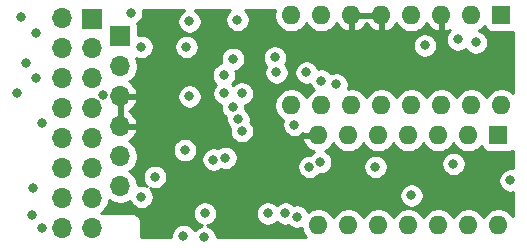
<source format=gbr>
G04 #@! TF.GenerationSoftware,KiCad,Pcbnew,5.1.5+dfsg1-2build2*
G04 #@! TF.CreationDate,2022-11-08T07:38:21+00:00*
G04 #@! TF.ProjectId,link-up-serial,6c696e6b-2d75-4702-9d73-657269616c2e,rev?*
G04 #@! TF.SameCoordinates,Original*
G04 #@! TF.FileFunction,Copper,L2,Inr*
G04 #@! TF.FilePolarity,Positive*
%FSLAX46Y46*%
G04 Gerber Fmt 4.6, Leading zero omitted, Abs format (unit mm)*
G04 Created by KiCad (PCBNEW 5.1.5+dfsg1-2build2) date 2022-11-08 07:38:21*
%MOMM*%
%LPD*%
G04 APERTURE LIST*
%ADD10O,1.600000X1.600000*%
%ADD11R,1.600000X1.600000*%
%ADD12O,1.700000X1.700000*%
%ADD13R,1.700000X1.700000*%
%ADD14C,0.800000*%
%ADD15C,0.254000*%
G04 APERTURE END LIST*
D10*
X131064000Y-110998000D03*
X113284000Y-103378000D03*
X128524000Y-110998000D03*
X115824000Y-103378000D03*
X125984000Y-110998000D03*
X118364000Y-103378000D03*
X123444000Y-110998000D03*
X120904000Y-103378000D03*
X120904000Y-110998000D03*
X123444000Y-103378000D03*
X118364000Y-110998000D03*
X125984000Y-103378000D03*
X115824000Y-110998000D03*
X128524000Y-103378000D03*
X113284000Y-110998000D03*
D11*
X131064000Y-103378000D03*
D10*
X130810000Y-121158000D03*
X115570000Y-113538000D03*
X128270000Y-121158000D03*
X118110000Y-113538000D03*
X125730000Y-121158000D03*
X120650000Y-113538000D03*
X123190000Y-121158000D03*
X123190000Y-113538000D03*
X120650000Y-121158000D03*
X125730000Y-113538000D03*
X118110000Y-121158000D03*
X128270000Y-113538000D03*
X115570000Y-121158000D03*
D11*
X130810000Y-113538000D03*
D12*
X98806000Y-117856000D03*
X98806000Y-115316000D03*
X98806000Y-112776000D03*
X98806000Y-110236000D03*
X98806000Y-107696000D03*
D13*
X98806000Y-105156000D03*
D12*
X93840000Y-121400000D03*
X96380000Y-121400000D03*
X93840000Y-118860000D03*
X96380000Y-118860000D03*
X93840000Y-116320000D03*
X96380000Y-116320000D03*
X93840000Y-113780000D03*
X96380000Y-113780000D03*
X93840000Y-111240000D03*
X96380000Y-111240000D03*
X93840000Y-108700000D03*
X96380000Y-108700000D03*
X93840000Y-106160000D03*
X96380000Y-106160000D03*
X93840000Y-103620000D03*
D13*
X96380000Y-103700000D03*
D14*
X104695149Y-113109851D03*
X102489000Y-113030000D03*
X107317956Y-118336990D03*
X118491000Y-115951000D03*
X106426000Y-105791000D03*
X102108000Y-115597010D03*
X104394000Y-106045000D03*
X108712000Y-103759000D03*
X99695000Y-103161000D03*
X109093000Y-109982000D03*
X108807846Y-112189693D03*
X115727147Y-115811080D03*
X90424000Y-103505000D03*
X105956500Y-120142000D03*
X101727000Y-117047010D03*
X111290500Y-120142000D03*
X113737526Y-120416721D03*
X113538000Y-112649000D03*
X117094000Y-109220000D03*
X107569000Y-108446180D03*
X106680000Y-115597010D03*
X115824000Y-108900185D03*
X127381000Y-105410000D03*
X92202000Y-121412000D03*
X92202000Y-112522000D03*
X109093000Y-113157000D03*
X91313000Y-120269000D03*
X90080000Y-109982000D03*
X97358703Y-110147475D03*
X112776000Y-120142000D03*
X91440000Y-117983000D03*
X90805000Y-107442000D03*
X111887000Y-106934000D03*
X114808000Y-116205000D03*
X114554000Y-108204000D03*
X112014000Y-108204000D03*
X108331000Y-111125000D03*
X108331000Y-107061000D03*
X91694000Y-108712000D03*
X91694000Y-104902000D03*
X104648000Y-103886000D03*
X131826000Y-117348000D03*
X100584000Y-118745000D03*
X123444000Y-118618000D03*
X104140000Y-122047000D03*
X105918000Y-122175000D03*
X127000000Y-115951000D03*
X120396000Y-116205000D03*
X100584000Y-106045000D03*
X104267000Y-114780010D03*
X124587000Y-105918000D03*
X128905000Y-105664000D03*
X104648000Y-110233010D03*
X107606000Y-109982000D03*
X107696000Y-115443000D03*
D15*
G36*
X104157744Y-102968795D02*
G01*
X103988226Y-103082063D01*
X103844063Y-103226226D01*
X103730795Y-103395744D01*
X103652774Y-103584102D01*
X103613000Y-103784061D01*
X103613000Y-103987939D01*
X103652774Y-104187898D01*
X103730795Y-104376256D01*
X103844063Y-104545774D01*
X103988226Y-104689937D01*
X104157744Y-104803205D01*
X104346102Y-104881226D01*
X104546061Y-104921000D01*
X104749939Y-104921000D01*
X104949898Y-104881226D01*
X105138256Y-104803205D01*
X105307774Y-104689937D01*
X105451937Y-104545774D01*
X105565205Y-104376256D01*
X105643226Y-104187898D01*
X105683000Y-103987939D01*
X105683000Y-103784061D01*
X105643226Y-103584102D01*
X105565205Y-103395744D01*
X105451937Y-103226226D01*
X105307774Y-103082063D01*
X105138256Y-102968795D01*
X105117023Y-102960000D01*
X108047289Y-102960000D01*
X107908063Y-103099226D01*
X107794795Y-103268744D01*
X107716774Y-103457102D01*
X107677000Y-103657061D01*
X107677000Y-103860939D01*
X107716774Y-104060898D01*
X107794795Y-104249256D01*
X107908063Y-104418774D01*
X108052226Y-104562937D01*
X108221744Y-104676205D01*
X108410102Y-104754226D01*
X108610061Y-104794000D01*
X108813939Y-104794000D01*
X109013898Y-104754226D01*
X109202256Y-104676205D01*
X109371774Y-104562937D01*
X109515937Y-104418774D01*
X109629205Y-104249256D01*
X109707226Y-104060898D01*
X109747000Y-103860939D01*
X109747000Y-103657061D01*
X109707226Y-103457102D01*
X109629205Y-103268744D01*
X109515937Y-103099226D01*
X109376711Y-102960000D01*
X111904033Y-102960000D01*
X111849000Y-103236665D01*
X111849000Y-103519335D01*
X111904147Y-103796574D01*
X112012320Y-104057727D01*
X112169363Y-104292759D01*
X112369241Y-104492637D01*
X112604273Y-104649680D01*
X112865426Y-104757853D01*
X113142665Y-104813000D01*
X113425335Y-104813000D01*
X113702574Y-104757853D01*
X113963727Y-104649680D01*
X114198759Y-104492637D01*
X114398637Y-104292759D01*
X114554000Y-104060241D01*
X114709363Y-104292759D01*
X114909241Y-104492637D01*
X115144273Y-104649680D01*
X115405426Y-104757853D01*
X115682665Y-104813000D01*
X115965335Y-104813000D01*
X116242574Y-104757853D01*
X116503727Y-104649680D01*
X116738759Y-104492637D01*
X116938637Y-104292759D01*
X117095680Y-104057727D01*
X117100067Y-104047135D01*
X117211615Y-104233131D01*
X117400586Y-104441519D01*
X117626580Y-104609037D01*
X117880913Y-104729246D01*
X118014961Y-104769904D01*
X118237000Y-104647915D01*
X118237000Y-103505000D01*
X118491000Y-103505000D01*
X118491000Y-104647915D01*
X118713039Y-104769904D01*
X118847087Y-104729246D01*
X119101420Y-104609037D01*
X119327414Y-104441519D01*
X119516385Y-104233131D01*
X119634000Y-104037018D01*
X119751615Y-104233131D01*
X119940586Y-104441519D01*
X120166580Y-104609037D01*
X120420913Y-104729246D01*
X120554961Y-104769904D01*
X120777000Y-104647915D01*
X120777000Y-103505000D01*
X118491000Y-103505000D01*
X118237000Y-103505000D01*
X118217000Y-103505000D01*
X118217000Y-103251000D01*
X118237000Y-103251000D01*
X118237000Y-103231000D01*
X118491000Y-103231000D01*
X118491000Y-103251000D01*
X120777000Y-103251000D01*
X120777000Y-103231000D01*
X121031000Y-103231000D01*
X121031000Y-103251000D01*
X121051000Y-103251000D01*
X121051000Y-103505000D01*
X121031000Y-103505000D01*
X121031000Y-104647915D01*
X121253039Y-104769904D01*
X121387087Y-104729246D01*
X121641420Y-104609037D01*
X121867414Y-104441519D01*
X122056385Y-104233131D01*
X122167933Y-104047135D01*
X122172320Y-104057727D01*
X122329363Y-104292759D01*
X122529241Y-104492637D01*
X122764273Y-104649680D01*
X123025426Y-104757853D01*
X123302665Y-104813000D01*
X123585335Y-104813000D01*
X123862574Y-104757853D01*
X124123727Y-104649680D01*
X124358759Y-104492637D01*
X124558637Y-104292759D01*
X124715680Y-104057727D01*
X124720067Y-104047135D01*
X124831615Y-104233131D01*
X125020586Y-104441519D01*
X125246580Y-104609037D01*
X125500913Y-104729246D01*
X125634961Y-104769904D01*
X125857000Y-104647915D01*
X125857000Y-103505000D01*
X125837000Y-103505000D01*
X125837000Y-103251000D01*
X125857000Y-103251000D01*
X125857000Y-103231000D01*
X126111000Y-103231000D01*
X126111000Y-103251000D01*
X126131000Y-103251000D01*
X126131000Y-103505000D01*
X126111000Y-103505000D01*
X126111000Y-104647915D01*
X126333039Y-104769904D01*
X126467087Y-104729246D01*
X126715413Y-104611876D01*
X126577063Y-104750226D01*
X126463795Y-104919744D01*
X126385774Y-105108102D01*
X126346000Y-105308061D01*
X126346000Y-105511939D01*
X126385774Y-105711898D01*
X126463795Y-105900256D01*
X126577063Y-106069774D01*
X126721226Y-106213937D01*
X126890744Y-106327205D01*
X127079102Y-106405226D01*
X127279061Y-106445000D01*
X127482939Y-106445000D01*
X127682898Y-106405226D01*
X127871256Y-106327205D01*
X128031716Y-106219989D01*
X128101063Y-106323774D01*
X128245226Y-106467937D01*
X128414744Y-106581205D01*
X128603102Y-106659226D01*
X128803061Y-106699000D01*
X129006939Y-106699000D01*
X129206898Y-106659226D01*
X129395256Y-106581205D01*
X129564774Y-106467937D01*
X129708937Y-106323774D01*
X129822205Y-106154256D01*
X129900226Y-105965898D01*
X129940000Y-105765939D01*
X129940000Y-105562061D01*
X129900226Y-105362102D01*
X129822205Y-105173744D01*
X129708937Y-105004226D01*
X129564774Y-104860063D01*
X129395256Y-104746795D01*
X129206898Y-104668774D01*
X129173614Y-104662153D01*
X129203727Y-104649680D01*
X129438759Y-104492637D01*
X129637357Y-104294039D01*
X129638188Y-104302482D01*
X129674498Y-104422180D01*
X129733463Y-104532494D01*
X129812815Y-104629185D01*
X129909506Y-104708537D01*
X130019820Y-104767502D01*
X130139518Y-104803812D01*
X130264000Y-104816072D01*
X131864000Y-104816072D01*
X131988482Y-104803812D01*
X132020001Y-104794251D01*
X132020001Y-109924605D01*
X131978759Y-109883363D01*
X131743727Y-109726320D01*
X131482574Y-109618147D01*
X131205335Y-109563000D01*
X130922665Y-109563000D01*
X130645426Y-109618147D01*
X130384273Y-109726320D01*
X130149241Y-109883363D01*
X129949363Y-110083241D01*
X129794000Y-110315759D01*
X129638637Y-110083241D01*
X129438759Y-109883363D01*
X129203727Y-109726320D01*
X128942574Y-109618147D01*
X128665335Y-109563000D01*
X128382665Y-109563000D01*
X128105426Y-109618147D01*
X127844273Y-109726320D01*
X127609241Y-109883363D01*
X127409363Y-110083241D01*
X127254000Y-110315759D01*
X127098637Y-110083241D01*
X126898759Y-109883363D01*
X126663727Y-109726320D01*
X126402574Y-109618147D01*
X126125335Y-109563000D01*
X125842665Y-109563000D01*
X125565426Y-109618147D01*
X125304273Y-109726320D01*
X125069241Y-109883363D01*
X124869363Y-110083241D01*
X124714000Y-110315759D01*
X124558637Y-110083241D01*
X124358759Y-109883363D01*
X124123727Y-109726320D01*
X123862574Y-109618147D01*
X123585335Y-109563000D01*
X123302665Y-109563000D01*
X123025426Y-109618147D01*
X122764273Y-109726320D01*
X122529241Y-109883363D01*
X122329363Y-110083241D01*
X122174000Y-110315759D01*
X122018637Y-110083241D01*
X121818759Y-109883363D01*
X121583727Y-109726320D01*
X121322574Y-109618147D01*
X121045335Y-109563000D01*
X120762665Y-109563000D01*
X120485426Y-109618147D01*
X120224273Y-109726320D01*
X119989241Y-109883363D01*
X119789363Y-110083241D01*
X119634000Y-110315759D01*
X119478637Y-110083241D01*
X119278759Y-109883363D01*
X119043727Y-109726320D01*
X118782574Y-109618147D01*
X118505335Y-109563000D01*
X118222665Y-109563000D01*
X118058690Y-109595617D01*
X118089226Y-109521898D01*
X118129000Y-109321939D01*
X118129000Y-109118061D01*
X118089226Y-108918102D01*
X118011205Y-108729744D01*
X117897937Y-108560226D01*
X117753774Y-108416063D01*
X117584256Y-108302795D01*
X117395898Y-108224774D01*
X117195939Y-108185000D01*
X116992061Y-108185000D01*
X116792102Y-108224774D01*
X116655340Y-108281423D01*
X116627937Y-108240411D01*
X116483774Y-108096248D01*
X116314256Y-107982980D01*
X116125898Y-107904959D01*
X115925939Y-107865185D01*
X115722061Y-107865185D01*
X115548255Y-107899757D01*
X115471205Y-107713744D01*
X115357937Y-107544226D01*
X115213774Y-107400063D01*
X115044256Y-107286795D01*
X114855898Y-107208774D01*
X114655939Y-107169000D01*
X114452061Y-107169000D01*
X114252102Y-107208774D01*
X114063744Y-107286795D01*
X113894226Y-107400063D01*
X113750063Y-107544226D01*
X113636795Y-107713744D01*
X113558774Y-107902102D01*
X113519000Y-108102061D01*
X113519000Y-108305939D01*
X113558774Y-108505898D01*
X113636795Y-108694256D01*
X113750063Y-108863774D01*
X113894226Y-109007937D01*
X114063744Y-109121205D01*
X114252102Y-109199226D01*
X114452061Y-109239000D01*
X114655939Y-109239000D01*
X114829745Y-109204428D01*
X114906795Y-109390441D01*
X115020063Y-109559959D01*
X115164226Y-109704122D01*
X115177099Y-109712723D01*
X115144273Y-109726320D01*
X114909241Y-109883363D01*
X114709363Y-110083241D01*
X114554000Y-110315759D01*
X114398637Y-110083241D01*
X114198759Y-109883363D01*
X113963727Y-109726320D01*
X113702574Y-109618147D01*
X113425335Y-109563000D01*
X113142665Y-109563000D01*
X112865426Y-109618147D01*
X112604273Y-109726320D01*
X112369241Y-109883363D01*
X112169363Y-110083241D01*
X112012320Y-110318273D01*
X111904147Y-110579426D01*
X111849000Y-110856665D01*
X111849000Y-111139335D01*
X111904147Y-111416574D01*
X112012320Y-111677727D01*
X112169363Y-111912759D01*
X112369241Y-112112637D01*
X112581223Y-112254279D01*
X112542774Y-112347102D01*
X112503000Y-112547061D01*
X112503000Y-112750939D01*
X112542774Y-112950898D01*
X112620795Y-113139256D01*
X112734063Y-113308774D01*
X112878226Y-113452937D01*
X113047744Y-113566205D01*
X113236102Y-113644226D01*
X113436061Y-113684000D01*
X113639939Y-113684000D01*
X113839898Y-113644226D01*
X114028256Y-113566205D01*
X114197774Y-113452937D01*
X114278298Y-113372413D01*
X114299376Y-113411000D01*
X115443000Y-113411000D01*
X115443000Y-113391000D01*
X115697000Y-113391000D01*
X115697000Y-113411000D01*
X115717000Y-113411000D01*
X115717000Y-113665000D01*
X115697000Y-113665000D01*
X115697000Y-113685000D01*
X115443000Y-113685000D01*
X115443000Y-113665000D01*
X114299376Y-113665000D01*
X114178091Y-113887040D01*
X114272930Y-114151881D01*
X114417615Y-114393131D01*
X114606586Y-114601519D01*
X114832580Y-114769037D01*
X115086913Y-114889246D01*
X115194831Y-114921979D01*
X115067373Y-115007143D01*
X114923210Y-115151306D01*
X114910628Y-115170137D01*
X114909939Y-115170000D01*
X114706061Y-115170000D01*
X114506102Y-115209774D01*
X114317744Y-115287795D01*
X114148226Y-115401063D01*
X114004063Y-115545226D01*
X113890795Y-115714744D01*
X113812774Y-115903102D01*
X113773000Y-116103061D01*
X113773000Y-116306939D01*
X113812774Y-116506898D01*
X113890795Y-116695256D01*
X114004063Y-116864774D01*
X114148226Y-117008937D01*
X114317744Y-117122205D01*
X114506102Y-117200226D01*
X114706061Y-117240000D01*
X114909939Y-117240000D01*
X115109898Y-117200226D01*
X115298256Y-117122205D01*
X115467774Y-117008937D01*
X115611937Y-116864774D01*
X115624519Y-116845943D01*
X115625208Y-116846080D01*
X115829086Y-116846080D01*
X116029045Y-116806306D01*
X116217403Y-116728285D01*
X116386921Y-116615017D01*
X116531084Y-116470854D01*
X116644352Y-116301336D01*
X116722373Y-116112978D01*
X116724345Y-116103061D01*
X119361000Y-116103061D01*
X119361000Y-116306939D01*
X119400774Y-116506898D01*
X119478795Y-116695256D01*
X119592063Y-116864774D01*
X119736226Y-117008937D01*
X119905744Y-117122205D01*
X120094102Y-117200226D01*
X120294061Y-117240000D01*
X120497939Y-117240000D01*
X120697898Y-117200226D01*
X120886256Y-117122205D01*
X121055774Y-117008937D01*
X121199937Y-116864774D01*
X121313205Y-116695256D01*
X121391226Y-116506898D01*
X121431000Y-116306939D01*
X121431000Y-116103061D01*
X121391226Y-115903102D01*
X121368842Y-115849061D01*
X125965000Y-115849061D01*
X125965000Y-116052939D01*
X126004774Y-116252898D01*
X126082795Y-116441256D01*
X126196063Y-116610774D01*
X126340226Y-116754937D01*
X126509744Y-116868205D01*
X126698102Y-116946226D01*
X126898061Y-116986000D01*
X127101939Y-116986000D01*
X127301898Y-116946226D01*
X127490256Y-116868205D01*
X127659774Y-116754937D01*
X127803937Y-116610774D01*
X127917205Y-116441256D01*
X127995226Y-116252898D01*
X128035000Y-116052939D01*
X128035000Y-115849061D01*
X127995226Y-115649102D01*
X127917205Y-115460744D01*
X127803937Y-115291226D01*
X127659774Y-115147063D01*
X127490256Y-115033795D01*
X127301898Y-114955774D01*
X127101939Y-114916000D01*
X126898061Y-114916000D01*
X126698102Y-114955774D01*
X126509744Y-115033795D01*
X126340226Y-115147063D01*
X126196063Y-115291226D01*
X126082795Y-115460744D01*
X126004774Y-115649102D01*
X125965000Y-115849061D01*
X121368842Y-115849061D01*
X121313205Y-115714744D01*
X121199937Y-115545226D01*
X121055774Y-115401063D01*
X120886256Y-115287795D01*
X120697898Y-115209774D01*
X120497939Y-115170000D01*
X120294061Y-115170000D01*
X120094102Y-115209774D01*
X119905744Y-115287795D01*
X119736226Y-115401063D01*
X119592063Y-115545226D01*
X119478795Y-115714744D01*
X119400774Y-115903102D01*
X119361000Y-116103061D01*
X116724345Y-116103061D01*
X116762147Y-115913019D01*
X116762147Y-115709141D01*
X116722373Y-115509182D01*
X116644352Y-115320824D01*
X116531084Y-115151306D01*
X116386921Y-115007143D01*
X116217403Y-114893875D01*
X116124613Y-114855440D01*
X116307420Y-114769037D01*
X116533414Y-114601519D01*
X116722385Y-114393131D01*
X116833933Y-114207135D01*
X116838320Y-114217727D01*
X116995363Y-114452759D01*
X117195241Y-114652637D01*
X117430273Y-114809680D01*
X117691426Y-114917853D01*
X117968665Y-114973000D01*
X118251335Y-114973000D01*
X118528574Y-114917853D01*
X118789727Y-114809680D01*
X119024759Y-114652637D01*
X119224637Y-114452759D01*
X119380000Y-114220241D01*
X119535363Y-114452759D01*
X119735241Y-114652637D01*
X119970273Y-114809680D01*
X120231426Y-114917853D01*
X120508665Y-114973000D01*
X120791335Y-114973000D01*
X121068574Y-114917853D01*
X121329727Y-114809680D01*
X121564759Y-114652637D01*
X121764637Y-114452759D01*
X121920000Y-114220241D01*
X122075363Y-114452759D01*
X122275241Y-114652637D01*
X122510273Y-114809680D01*
X122771426Y-114917853D01*
X123048665Y-114973000D01*
X123331335Y-114973000D01*
X123608574Y-114917853D01*
X123869727Y-114809680D01*
X124104759Y-114652637D01*
X124304637Y-114452759D01*
X124460000Y-114220241D01*
X124615363Y-114452759D01*
X124815241Y-114652637D01*
X125050273Y-114809680D01*
X125311426Y-114917853D01*
X125588665Y-114973000D01*
X125871335Y-114973000D01*
X126148574Y-114917853D01*
X126409727Y-114809680D01*
X126644759Y-114652637D01*
X126844637Y-114452759D01*
X127000000Y-114220241D01*
X127155363Y-114452759D01*
X127355241Y-114652637D01*
X127590273Y-114809680D01*
X127851426Y-114917853D01*
X128128665Y-114973000D01*
X128411335Y-114973000D01*
X128688574Y-114917853D01*
X128949727Y-114809680D01*
X129184759Y-114652637D01*
X129383357Y-114454039D01*
X129384188Y-114462482D01*
X129420498Y-114582180D01*
X129479463Y-114692494D01*
X129558815Y-114789185D01*
X129655506Y-114868537D01*
X129765820Y-114927502D01*
X129885518Y-114963812D01*
X130010000Y-114976072D01*
X131610000Y-114976072D01*
X131734482Y-114963812D01*
X131854180Y-114927502D01*
X131964494Y-114868537D01*
X132020000Y-114822984D01*
X132020000Y-116331312D01*
X131927939Y-116313000D01*
X131724061Y-116313000D01*
X131524102Y-116352774D01*
X131335744Y-116430795D01*
X131166226Y-116544063D01*
X131022063Y-116688226D01*
X130908795Y-116857744D01*
X130830774Y-117046102D01*
X130791000Y-117246061D01*
X130791000Y-117449939D01*
X130830774Y-117649898D01*
X130908795Y-117838256D01*
X131022063Y-118007774D01*
X131166226Y-118151937D01*
X131335744Y-118265205D01*
X131524102Y-118343226D01*
X131724061Y-118383000D01*
X131927939Y-118383000D01*
X132020000Y-118364688D01*
X132020000Y-120385962D01*
X131924637Y-120243241D01*
X131724759Y-120043363D01*
X131489727Y-119886320D01*
X131228574Y-119778147D01*
X130951335Y-119723000D01*
X130668665Y-119723000D01*
X130391426Y-119778147D01*
X130130273Y-119886320D01*
X129895241Y-120043363D01*
X129695363Y-120243241D01*
X129540000Y-120475759D01*
X129384637Y-120243241D01*
X129184759Y-120043363D01*
X128949727Y-119886320D01*
X128688574Y-119778147D01*
X128411335Y-119723000D01*
X128128665Y-119723000D01*
X127851426Y-119778147D01*
X127590273Y-119886320D01*
X127355241Y-120043363D01*
X127155363Y-120243241D01*
X127000000Y-120475759D01*
X126844637Y-120243241D01*
X126644759Y-120043363D01*
X126409727Y-119886320D01*
X126148574Y-119778147D01*
X125871335Y-119723000D01*
X125588665Y-119723000D01*
X125311426Y-119778147D01*
X125050273Y-119886320D01*
X124815241Y-120043363D01*
X124615363Y-120243241D01*
X124460000Y-120475759D01*
X124304637Y-120243241D01*
X124104759Y-120043363D01*
X123869727Y-119886320D01*
X123608574Y-119778147D01*
X123331335Y-119723000D01*
X123048665Y-119723000D01*
X122771426Y-119778147D01*
X122510273Y-119886320D01*
X122275241Y-120043363D01*
X122075363Y-120243241D01*
X121920000Y-120475759D01*
X121764637Y-120243241D01*
X121564759Y-120043363D01*
X121329727Y-119886320D01*
X121068574Y-119778147D01*
X120791335Y-119723000D01*
X120508665Y-119723000D01*
X120231426Y-119778147D01*
X119970273Y-119886320D01*
X119735241Y-120043363D01*
X119535363Y-120243241D01*
X119380000Y-120475759D01*
X119224637Y-120243241D01*
X119024759Y-120043363D01*
X118789727Y-119886320D01*
X118528574Y-119778147D01*
X118251335Y-119723000D01*
X117968665Y-119723000D01*
X117691426Y-119778147D01*
X117430273Y-119886320D01*
X117195241Y-120043363D01*
X116995363Y-120243241D01*
X116840000Y-120475759D01*
X116684637Y-120243241D01*
X116484759Y-120043363D01*
X116249727Y-119886320D01*
X115988574Y-119778147D01*
X115711335Y-119723000D01*
X115428665Y-119723000D01*
X115151426Y-119778147D01*
X114890273Y-119886320D01*
X114692766Y-120018290D01*
X114654731Y-119926465D01*
X114541463Y-119756947D01*
X114397300Y-119612784D01*
X114227782Y-119499516D01*
X114039424Y-119421495D01*
X113839465Y-119381721D01*
X113635587Y-119381721D01*
X113505340Y-119407629D01*
X113435774Y-119338063D01*
X113266256Y-119224795D01*
X113077898Y-119146774D01*
X112877939Y-119107000D01*
X112674061Y-119107000D01*
X112474102Y-119146774D01*
X112285744Y-119224795D01*
X112116226Y-119338063D01*
X112033250Y-119421039D01*
X111950274Y-119338063D01*
X111780756Y-119224795D01*
X111592398Y-119146774D01*
X111392439Y-119107000D01*
X111188561Y-119107000D01*
X110988602Y-119146774D01*
X110800244Y-119224795D01*
X110630726Y-119338063D01*
X110486563Y-119482226D01*
X110373295Y-119651744D01*
X110295274Y-119840102D01*
X110255500Y-120040061D01*
X110255500Y-120243939D01*
X110295274Y-120443898D01*
X110373295Y-120632256D01*
X110486563Y-120801774D01*
X110630726Y-120945937D01*
X110800244Y-121059205D01*
X110988602Y-121137226D01*
X111188561Y-121177000D01*
X111392439Y-121177000D01*
X111592398Y-121137226D01*
X111780756Y-121059205D01*
X111950274Y-120945937D01*
X112033250Y-120862961D01*
X112116226Y-120945937D01*
X112285744Y-121059205D01*
X112474102Y-121137226D01*
X112674061Y-121177000D01*
X112877939Y-121177000D01*
X113008186Y-121151092D01*
X113077752Y-121220658D01*
X113247270Y-121333926D01*
X113435628Y-121411947D01*
X113635587Y-121451721D01*
X113839465Y-121451721D01*
X114039424Y-121411947D01*
X114148420Y-121366799D01*
X114190147Y-121576574D01*
X114298320Y-121837727D01*
X114455363Y-122072759D01*
X114522604Y-122140000D01*
X106953000Y-122140000D01*
X106953000Y-122073061D01*
X106913226Y-121873102D01*
X106835205Y-121684744D01*
X106721937Y-121515226D01*
X106577774Y-121371063D01*
X106408256Y-121257795D01*
X106219898Y-121179774D01*
X106132196Y-121162329D01*
X106258398Y-121137226D01*
X106446756Y-121059205D01*
X106616274Y-120945937D01*
X106760437Y-120801774D01*
X106873705Y-120632256D01*
X106951726Y-120443898D01*
X106991500Y-120243939D01*
X106991500Y-120040061D01*
X106951726Y-119840102D01*
X106873705Y-119651744D01*
X106760437Y-119482226D01*
X106616274Y-119338063D01*
X106446756Y-119224795D01*
X106258398Y-119146774D01*
X106058439Y-119107000D01*
X105854561Y-119107000D01*
X105654602Y-119146774D01*
X105466244Y-119224795D01*
X105296726Y-119338063D01*
X105152563Y-119482226D01*
X105039295Y-119651744D01*
X104961274Y-119840102D01*
X104921500Y-120040061D01*
X104921500Y-120243939D01*
X104961274Y-120443898D01*
X105039295Y-120632256D01*
X105152563Y-120801774D01*
X105296726Y-120945937D01*
X105466244Y-121059205D01*
X105654602Y-121137226D01*
X105742304Y-121154671D01*
X105616102Y-121179774D01*
X105427744Y-121257795D01*
X105258226Y-121371063D01*
X105114063Y-121515226D01*
X105068348Y-121583644D01*
X105057205Y-121556744D01*
X104943937Y-121387226D01*
X104799774Y-121243063D01*
X104630256Y-121129795D01*
X104441898Y-121051774D01*
X104241939Y-121012000D01*
X104038061Y-121012000D01*
X103838102Y-121051774D01*
X103649744Y-121129795D01*
X103480226Y-121243063D01*
X103336063Y-121387226D01*
X103222795Y-121556744D01*
X103144774Y-121745102D01*
X103105000Y-121945061D01*
X103105000Y-122140000D01*
X100540000Y-122140000D01*
X100540000Y-120832419D01*
X100543193Y-120800000D01*
X100530450Y-120670617D01*
X100492710Y-120546207D01*
X100431425Y-120431550D01*
X100348948Y-120331052D01*
X100248450Y-120248575D01*
X100133793Y-120187290D01*
X100009383Y-120149550D01*
X99912419Y-120140000D01*
X99880000Y-120136807D01*
X99847581Y-120140000D01*
X97167206Y-120140000D01*
X97152240Y-120130000D01*
X97326632Y-120013475D01*
X97533475Y-119806632D01*
X97695990Y-119563411D01*
X97807932Y-119293158D01*
X97863775Y-119012420D01*
X98102589Y-119171990D01*
X98372842Y-119283932D01*
X98659740Y-119341000D01*
X98952260Y-119341000D01*
X99239158Y-119283932D01*
X99509411Y-119171990D01*
X99612153Y-119103340D01*
X99666795Y-119235256D01*
X99780063Y-119404774D01*
X99924226Y-119548937D01*
X100093744Y-119662205D01*
X100282102Y-119740226D01*
X100482061Y-119780000D01*
X100685939Y-119780000D01*
X100885898Y-119740226D01*
X101074256Y-119662205D01*
X101243774Y-119548937D01*
X101387937Y-119404774D01*
X101501205Y-119235256D01*
X101579226Y-119046898D01*
X101619000Y-118846939D01*
X101619000Y-118643061D01*
X101593739Y-118516061D01*
X122409000Y-118516061D01*
X122409000Y-118719939D01*
X122448774Y-118919898D01*
X122526795Y-119108256D01*
X122640063Y-119277774D01*
X122784226Y-119421937D01*
X122953744Y-119535205D01*
X123142102Y-119613226D01*
X123342061Y-119653000D01*
X123545939Y-119653000D01*
X123745898Y-119613226D01*
X123934256Y-119535205D01*
X124103774Y-119421937D01*
X124247937Y-119277774D01*
X124361205Y-119108256D01*
X124439226Y-118919898D01*
X124479000Y-118719939D01*
X124479000Y-118516061D01*
X124439226Y-118316102D01*
X124361205Y-118127744D01*
X124247937Y-117958226D01*
X124103774Y-117814063D01*
X123934256Y-117700795D01*
X123745898Y-117622774D01*
X123545939Y-117583000D01*
X123342061Y-117583000D01*
X123142102Y-117622774D01*
X122953744Y-117700795D01*
X122784226Y-117814063D01*
X122640063Y-117958226D01*
X122526795Y-118127744D01*
X122448774Y-118316102D01*
X122409000Y-118516061D01*
X101593739Y-118516061D01*
X101579226Y-118443102D01*
X101501205Y-118254744D01*
X101387937Y-118085226D01*
X101288268Y-117985557D01*
X101425102Y-118042236D01*
X101625061Y-118082010D01*
X101828939Y-118082010D01*
X102028898Y-118042236D01*
X102217256Y-117964215D01*
X102386774Y-117850947D01*
X102530937Y-117706784D01*
X102644205Y-117537266D01*
X102722226Y-117348908D01*
X102762000Y-117148949D01*
X102762000Y-116945071D01*
X102722226Y-116745112D01*
X102644205Y-116556754D01*
X102530937Y-116387236D01*
X102386774Y-116243073D01*
X102217256Y-116129805D01*
X102028898Y-116051784D01*
X101828939Y-116012010D01*
X101625061Y-116012010D01*
X101425102Y-116051784D01*
X101236744Y-116129805D01*
X101067226Y-116243073D01*
X100923063Y-116387236D01*
X100809795Y-116556754D01*
X100731774Y-116745112D01*
X100692000Y-116945071D01*
X100692000Y-117148949D01*
X100731774Y-117348908D01*
X100809795Y-117537266D01*
X100923063Y-117706784D01*
X101022732Y-117806453D01*
X100885898Y-117749774D01*
X100685939Y-117710000D01*
X100482061Y-117710000D01*
X100291000Y-117748004D01*
X100291000Y-117709740D01*
X100233932Y-117422842D01*
X100121990Y-117152589D01*
X99959475Y-116909368D01*
X99752632Y-116702525D01*
X99578240Y-116586000D01*
X99752632Y-116469475D01*
X99959475Y-116262632D01*
X100121990Y-116019411D01*
X100233932Y-115749158D01*
X100291000Y-115462260D01*
X100291000Y-115169740D01*
X100233932Y-114882842D01*
X100149114Y-114678071D01*
X103232000Y-114678071D01*
X103232000Y-114881949D01*
X103271774Y-115081908D01*
X103349795Y-115270266D01*
X103463063Y-115439784D01*
X103607226Y-115583947D01*
X103776744Y-115697215D01*
X103965102Y-115775236D01*
X104165061Y-115815010D01*
X104368939Y-115815010D01*
X104568898Y-115775236D01*
X104757256Y-115697215D01*
X104926774Y-115583947D01*
X105015650Y-115495071D01*
X105645000Y-115495071D01*
X105645000Y-115698949D01*
X105684774Y-115898908D01*
X105762795Y-116087266D01*
X105876063Y-116256784D01*
X106020226Y-116400947D01*
X106189744Y-116514215D01*
X106378102Y-116592236D01*
X106578061Y-116632010D01*
X106781939Y-116632010D01*
X106981898Y-116592236D01*
X107170256Y-116514215D01*
X107326123Y-116410068D01*
X107394102Y-116438226D01*
X107594061Y-116478000D01*
X107797939Y-116478000D01*
X107997898Y-116438226D01*
X108186256Y-116360205D01*
X108355774Y-116246937D01*
X108499937Y-116102774D01*
X108613205Y-115933256D01*
X108691226Y-115744898D01*
X108731000Y-115544939D01*
X108731000Y-115341061D01*
X108691226Y-115141102D01*
X108613205Y-114952744D01*
X108499937Y-114783226D01*
X108355774Y-114639063D01*
X108186256Y-114525795D01*
X107997898Y-114447774D01*
X107797939Y-114408000D01*
X107594061Y-114408000D01*
X107394102Y-114447774D01*
X107205744Y-114525795D01*
X107049877Y-114629942D01*
X106981898Y-114601784D01*
X106781939Y-114562010D01*
X106578061Y-114562010D01*
X106378102Y-114601784D01*
X106189744Y-114679805D01*
X106020226Y-114793073D01*
X105876063Y-114937236D01*
X105762795Y-115106754D01*
X105684774Y-115295112D01*
X105645000Y-115495071D01*
X105015650Y-115495071D01*
X105070937Y-115439784D01*
X105184205Y-115270266D01*
X105262226Y-115081908D01*
X105302000Y-114881949D01*
X105302000Y-114678071D01*
X105262226Y-114478112D01*
X105184205Y-114289754D01*
X105070937Y-114120236D01*
X104926774Y-113976073D01*
X104757256Y-113862805D01*
X104568898Y-113784784D01*
X104368939Y-113745010D01*
X104165061Y-113745010D01*
X103965102Y-113784784D01*
X103776744Y-113862805D01*
X103607226Y-113976073D01*
X103463063Y-114120236D01*
X103349795Y-114289754D01*
X103271774Y-114478112D01*
X103232000Y-114678071D01*
X100149114Y-114678071D01*
X100121990Y-114612589D01*
X99959475Y-114369368D01*
X99752632Y-114162525D01*
X99570466Y-114040805D01*
X99687355Y-113971178D01*
X99903588Y-113776269D01*
X100077641Y-113542920D01*
X100202825Y-113280099D01*
X100247476Y-113132890D01*
X100126155Y-112903000D01*
X98933000Y-112903000D01*
X98933000Y-112923000D01*
X98679000Y-112923000D01*
X98679000Y-112903000D01*
X98659000Y-112903000D01*
X98659000Y-112649000D01*
X98679000Y-112649000D01*
X98679000Y-110363000D01*
X98933000Y-110363000D01*
X98933000Y-112649000D01*
X100126155Y-112649000D01*
X100247476Y-112419110D01*
X100202825Y-112271901D01*
X100077641Y-112009080D01*
X99903588Y-111775731D01*
X99687355Y-111580822D01*
X99561745Y-111506000D01*
X99687355Y-111431178D01*
X99903588Y-111236269D01*
X100077641Y-111002920D01*
X100202825Y-110740099D01*
X100247476Y-110592890D01*
X100126155Y-110363000D01*
X98933000Y-110363000D01*
X98679000Y-110363000D01*
X98659000Y-110363000D01*
X98659000Y-110131071D01*
X103613000Y-110131071D01*
X103613000Y-110334949D01*
X103652774Y-110534908D01*
X103730795Y-110723266D01*
X103844063Y-110892784D01*
X103988226Y-111036947D01*
X104157744Y-111150215D01*
X104346102Y-111228236D01*
X104546061Y-111268010D01*
X104749939Y-111268010D01*
X104949898Y-111228236D01*
X105138256Y-111150215D01*
X105307774Y-111036947D01*
X105451937Y-110892784D01*
X105565205Y-110723266D01*
X105643226Y-110534908D01*
X105683000Y-110334949D01*
X105683000Y-110131071D01*
X105643226Y-109931112D01*
X105565205Y-109742754D01*
X105451937Y-109573236D01*
X105307774Y-109429073D01*
X105138256Y-109315805D01*
X104949898Y-109237784D01*
X104749939Y-109198010D01*
X104546061Y-109198010D01*
X104346102Y-109237784D01*
X104157744Y-109315805D01*
X103988226Y-109429073D01*
X103844063Y-109573236D01*
X103730795Y-109742754D01*
X103652774Y-109931112D01*
X103613000Y-110131071D01*
X98659000Y-110131071D01*
X98659000Y-110109000D01*
X98679000Y-110109000D01*
X98679000Y-110089000D01*
X98933000Y-110089000D01*
X98933000Y-110109000D01*
X100126155Y-110109000D01*
X100247476Y-109879110D01*
X100202825Y-109731901D01*
X100077641Y-109469080D01*
X99903588Y-109235731D01*
X99687355Y-109040822D01*
X99570466Y-108971195D01*
X99752632Y-108849475D01*
X99959475Y-108642632D01*
X100121990Y-108399411D01*
X100144842Y-108344241D01*
X106534000Y-108344241D01*
X106534000Y-108548119D01*
X106573774Y-108748078D01*
X106651795Y-108936436D01*
X106765063Y-109105954D01*
X106891699Y-109232590D01*
X106802063Y-109322226D01*
X106688795Y-109491744D01*
X106610774Y-109680102D01*
X106571000Y-109880061D01*
X106571000Y-110083939D01*
X106610774Y-110283898D01*
X106688795Y-110472256D01*
X106802063Y-110641774D01*
X106946226Y-110785937D01*
X107115744Y-110899205D01*
X107304102Y-110977226D01*
X107305078Y-110977420D01*
X107296000Y-111023061D01*
X107296000Y-111226939D01*
X107335774Y-111426898D01*
X107413795Y-111615256D01*
X107527063Y-111784774D01*
X107671226Y-111928937D01*
X107788809Y-112007503D01*
X107772846Y-112087754D01*
X107772846Y-112291632D01*
X107812620Y-112491591D01*
X107890641Y-112679949D01*
X108003909Y-112849467D01*
X108083136Y-112928694D01*
X108058000Y-113055061D01*
X108058000Y-113258939D01*
X108097774Y-113458898D01*
X108175795Y-113647256D01*
X108289063Y-113816774D01*
X108433226Y-113960937D01*
X108602744Y-114074205D01*
X108791102Y-114152226D01*
X108991061Y-114192000D01*
X109194939Y-114192000D01*
X109394898Y-114152226D01*
X109583256Y-114074205D01*
X109752774Y-113960937D01*
X109896937Y-113816774D01*
X110010205Y-113647256D01*
X110088226Y-113458898D01*
X110128000Y-113258939D01*
X110128000Y-113055061D01*
X110088226Y-112855102D01*
X110010205Y-112666744D01*
X109896937Y-112497226D01*
X109817710Y-112417999D01*
X109842846Y-112291632D01*
X109842846Y-112087754D01*
X109803072Y-111887795D01*
X109725051Y-111699437D01*
X109611783Y-111529919D01*
X109467620Y-111385756D01*
X109350037Y-111307190D01*
X109366000Y-111226939D01*
X109366000Y-111023061D01*
X109358330Y-110984500D01*
X109394898Y-110977226D01*
X109583256Y-110899205D01*
X109752774Y-110785937D01*
X109896937Y-110641774D01*
X110010205Y-110472256D01*
X110088226Y-110283898D01*
X110128000Y-110083939D01*
X110128000Y-109880061D01*
X110088226Y-109680102D01*
X110010205Y-109491744D01*
X109896937Y-109322226D01*
X109752774Y-109178063D01*
X109583256Y-109064795D01*
X109394898Y-108986774D01*
X109194939Y-108947000D01*
X108991061Y-108947000D01*
X108791102Y-108986774D01*
X108602744Y-109064795D01*
X108433226Y-109178063D01*
X108349500Y-109261789D01*
X108283301Y-109195590D01*
X108372937Y-109105954D01*
X108486205Y-108936436D01*
X108564226Y-108748078D01*
X108604000Y-108548119D01*
X108604000Y-108344241D01*
X108564226Y-108144282D01*
X108535756Y-108075549D01*
X108632898Y-108056226D01*
X108821256Y-107978205D01*
X108990774Y-107864937D01*
X109134937Y-107720774D01*
X109248205Y-107551256D01*
X109326226Y-107362898D01*
X109366000Y-107162939D01*
X109366000Y-106959061D01*
X109340739Y-106832061D01*
X110852000Y-106832061D01*
X110852000Y-107035939D01*
X110891774Y-107235898D01*
X110969795Y-107424256D01*
X111083063Y-107593774D01*
X111139348Y-107650059D01*
X111096795Y-107713744D01*
X111018774Y-107902102D01*
X110979000Y-108102061D01*
X110979000Y-108305939D01*
X111018774Y-108505898D01*
X111096795Y-108694256D01*
X111210063Y-108863774D01*
X111354226Y-109007937D01*
X111523744Y-109121205D01*
X111712102Y-109199226D01*
X111912061Y-109239000D01*
X112115939Y-109239000D01*
X112315898Y-109199226D01*
X112504256Y-109121205D01*
X112673774Y-109007937D01*
X112817937Y-108863774D01*
X112931205Y-108694256D01*
X113009226Y-108505898D01*
X113049000Y-108305939D01*
X113049000Y-108102061D01*
X113009226Y-107902102D01*
X112931205Y-107713744D01*
X112817937Y-107544226D01*
X112761652Y-107487941D01*
X112804205Y-107424256D01*
X112882226Y-107235898D01*
X112922000Y-107035939D01*
X112922000Y-106832061D01*
X112882226Y-106632102D01*
X112804205Y-106443744D01*
X112690937Y-106274226D01*
X112546774Y-106130063D01*
X112377256Y-106016795D01*
X112188898Y-105938774D01*
X111988939Y-105899000D01*
X111785061Y-105899000D01*
X111585102Y-105938774D01*
X111396744Y-106016795D01*
X111227226Y-106130063D01*
X111083063Y-106274226D01*
X110969795Y-106443744D01*
X110891774Y-106632102D01*
X110852000Y-106832061D01*
X109340739Y-106832061D01*
X109326226Y-106759102D01*
X109248205Y-106570744D01*
X109134937Y-106401226D01*
X108990774Y-106257063D01*
X108821256Y-106143795D01*
X108632898Y-106065774D01*
X108432939Y-106026000D01*
X108229061Y-106026000D01*
X108029102Y-106065774D01*
X107840744Y-106143795D01*
X107671226Y-106257063D01*
X107527063Y-106401226D01*
X107413795Y-106570744D01*
X107335774Y-106759102D01*
X107296000Y-106959061D01*
X107296000Y-107162939D01*
X107335774Y-107362898D01*
X107364244Y-107431631D01*
X107267102Y-107450954D01*
X107078744Y-107528975D01*
X106909226Y-107642243D01*
X106765063Y-107786406D01*
X106651795Y-107955924D01*
X106573774Y-108144282D01*
X106534000Y-108344241D01*
X100144842Y-108344241D01*
X100233932Y-108129158D01*
X100291000Y-107842260D01*
X100291000Y-107549740D01*
X100233932Y-107262842D01*
X100121990Y-106992589D01*
X100104728Y-106966755D01*
X100282102Y-107040226D01*
X100482061Y-107080000D01*
X100685939Y-107080000D01*
X100885898Y-107040226D01*
X101074256Y-106962205D01*
X101243774Y-106848937D01*
X101387937Y-106704774D01*
X101501205Y-106535256D01*
X101579226Y-106346898D01*
X101619000Y-106146939D01*
X101619000Y-105943061D01*
X103359000Y-105943061D01*
X103359000Y-106146939D01*
X103398774Y-106346898D01*
X103476795Y-106535256D01*
X103590063Y-106704774D01*
X103734226Y-106848937D01*
X103903744Y-106962205D01*
X104092102Y-107040226D01*
X104292061Y-107080000D01*
X104495939Y-107080000D01*
X104695898Y-107040226D01*
X104884256Y-106962205D01*
X105053774Y-106848937D01*
X105197937Y-106704774D01*
X105311205Y-106535256D01*
X105389226Y-106346898D01*
X105429000Y-106146939D01*
X105429000Y-105943061D01*
X105403739Y-105816061D01*
X123552000Y-105816061D01*
X123552000Y-106019939D01*
X123591774Y-106219898D01*
X123669795Y-106408256D01*
X123783063Y-106577774D01*
X123927226Y-106721937D01*
X124096744Y-106835205D01*
X124285102Y-106913226D01*
X124485061Y-106953000D01*
X124688939Y-106953000D01*
X124888898Y-106913226D01*
X125077256Y-106835205D01*
X125246774Y-106721937D01*
X125390937Y-106577774D01*
X125504205Y-106408256D01*
X125582226Y-106219898D01*
X125622000Y-106019939D01*
X125622000Y-105816061D01*
X125582226Y-105616102D01*
X125504205Y-105427744D01*
X125390937Y-105258226D01*
X125246774Y-105114063D01*
X125077256Y-105000795D01*
X124888898Y-104922774D01*
X124688939Y-104883000D01*
X124485061Y-104883000D01*
X124285102Y-104922774D01*
X124096744Y-105000795D01*
X123927226Y-105114063D01*
X123783063Y-105258226D01*
X123669795Y-105427744D01*
X123591774Y-105616102D01*
X123552000Y-105816061D01*
X105403739Y-105816061D01*
X105389226Y-105743102D01*
X105311205Y-105554744D01*
X105197937Y-105385226D01*
X105053774Y-105241063D01*
X104884256Y-105127795D01*
X104695898Y-105049774D01*
X104495939Y-105010000D01*
X104292061Y-105010000D01*
X104092102Y-105049774D01*
X103903744Y-105127795D01*
X103734226Y-105241063D01*
X103590063Y-105385226D01*
X103476795Y-105554744D01*
X103398774Y-105743102D01*
X103359000Y-105943061D01*
X101619000Y-105943061D01*
X101579226Y-105743102D01*
X101501205Y-105554744D01*
X101387937Y-105385226D01*
X101243774Y-105241063D01*
X101074256Y-105127795D01*
X100885898Y-105049774D01*
X100685939Y-105010000D01*
X100482061Y-105010000D01*
X100294072Y-105047393D01*
X100294072Y-104306000D01*
X100281812Y-104181518D01*
X100245502Y-104061820D01*
X100236101Y-104044232D01*
X100354774Y-103964937D01*
X100498937Y-103820774D01*
X100612205Y-103651256D01*
X100690226Y-103462898D01*
X100730000Y-103262939D01*
X100730000Y-103059061D01*
X100710296Y-102960000D01*
X104178977Y-102960000D01*
X104157744Y-102968795D01*
G37*
X104157744Y-102968795D02*
X103988226Y-103082063D01*
X103844063Y-103226226D01*
X103730795Y-103395744D01*
X103652774Y-103584102D01*
X103613000Y-103784061D01*
X103613000Y-103987939D01*
X103652774Y-104187898D01*
X103730795Y-104376256D01*
X103844063Y-104545774D01*
X103988226Y-104689937D01*
X104157744Y-104803205D01*
X104346102Y-104881226D01*
X104546061Y-104921000D01*
X104749939Y-104921000D01*
X104949898Y-104881226D01*
X105138256Y-104803205D01*
X105307774Y-104689937D01*
X105451937Y-104545774D01*
X105565205Y-104376256D01*
X105643226Y-104187898D01*
X105683000Y-103987939D01*
X105683000Y-103784061D01*
X105643226Y-103584102D01*
X105565205Y-103395744D01*
X105451937Y-103226226D01*
X105307774Y-103082063D01*
X105138256Y-102968795D01*
X105117023Y-102960000D01*
X108047289Y-102960000D01*
X107908063Y-103099226D01*
X107794795Y-103268744D01*
X107716774Y-103457102D01*
X107677000Y-103657061D01*
X107677000Y-103860939D01*
X107716774Y-104060898D01*
X107794795Y-104249256D01*
X107908063Y-104418774D01*
X108052226Y-104562937D01*
X108221744Y-104676205D01*
X108410102Y-104754226D01*
X108610061Y-104794000D01*
X108813939Y-104794000D01*
X109013898Y-104754226D01*
X109202256Y-104676205D01*
X109371774Y-104562937D01*
X109515937Y-104418774D01*
X109629205Y-104249256D01*
X109707226Y-104060898D01*
X109747000Y-103860939D01*
X109747000Y-103657061D01*
X109707226Y-103457102D01*
X109629205Y-103268744D01*
X109515937Y-103099226D01*
X109376711Y-102960000D01*
X111904033Y-102960000D01*
X111849000Y-103236665D01*
X111849000Y-103519335D01*
X111904147Y-103796574D01*
X112012320Y-104057727D01*
X112169363Y-104292759D01*
X112369241Y-104492637D01*
X112604273Y-104649680D01*
X112865426Y-104757853D01*
X113142665Y-104813000D01*
X113425335Y-104813000D01*
X113702574Y-104757853D01*
X113963727Y-104649680D01*
X114198759Y-104492637D01*
X114398637Y-104292759D01*
X114554000Y-104060241D01*
X114709363Y-104292759D01*
X114909241Y-104492637D01*
X115144273Y-104649680D01*
X115405426Y-104757853D01*
X115682665Y-104813000D01*
X115965335Y-104813000D01*
X116242574Y-104757853D01*
X116503727Y-104649680D01*
X116738759Y-104492637D01*
X116938637Y-104292759D01*
X117095680Y-104057727D01*
X117100067Y-104047135D01*
X117211615Y-104233131D01*
X117400586Y-104441519D01*
X117626580Y-104609037D01*
X117880913Y-104729246D01*
X118014961Y-104769904D01*
X118237000Y-104647915D01*
X118237000Y-103505000D01*
X118491000Y-103505000D01*
X118491000Y-104647915D01*
X118713039Y-104769904D01*
X118847087Y-104729246D01*
X119101420Y-104609037D01*
X119327414Y-104441519D01*
X119516385Y-104233131D01*
X119634000Y-104037018D01*
X119751615Y-104233131D01*
X119940586Y-104441519D01*
X120166580Y-104609037D01*
X120420913Y-104729246D01*
X120554961Y-104769904D01*
X120777000Y-104647915D01*
X120777000Y-103505000D01*
X118491000Y-103505000D01*
X118237000Y-103505000D01*
X118217000Y-103505000D01*
X118217000Y-103251000D01*
X118237000Y-103251000D01*
X118237000Y-103231000D01*
X118491000Y-103231000D01*
X118491000Y-103251000D01*
X120777000Y-103251000D01*
X120777000Y-103231000D01*
X121031000Y-103231000D01*
X121031000Y-103251000D01*
X121051000Y-103251000D01*
X121051000Y-103505000D01*
X121031000Y-103505000D01*
X121031000Y-104647915D01*
X121253039Y-104769904D01*
X121387087Y-104729246D01*
X121641420Y-104609037D01*
X121867414Y-104441519D01*
X122056385Y-104233131D01*
X122167933Y-104047135D01*
X122172320Y-104057727D01*
X122329363Y-104292759D01*
X122529241Y-104492637D01*
X122764273Y-104649680D01*
X123025426Y-104757853D01*
X123302665Y-104813000D01*
X123585335Y-104813000D01*
X123862574Y-104757853D01*
X124123727Y-104649680D01*
X124358759Y-104492637D01*
X124558637Y-104292759D01*
X124715680Y-104057727D01*
X124720067Y-104047135D01*
X124831615Y-104233131D01*
X125020586Y-104441519D01*
X125246580Y-104609037D01*
X125500913Y-104729246D01*
X125634961Y-104769904D01*
X125857000Y-104647915D01*
X125857000Y-103505000D01*
X125837000Y-103505000D01*
X125837000Y-103251000D01*
X125857000Y-103251000D01*
X125857000Y-103231000D01*
X126111000Y-103231000D01*
X126111000Y-103251000D01*
X126131000Y-103251000D01*
X126131000Y-103505000D01*
X126111000Y-103505000D01*
X126111000Y-104647915D01*
X126333039Y-104769904D01*
X126467087Y-104729246D01*
X126715413Y-104611876D01*
X126577063Y-104750226D01*
X126463795Y-104919744D01*
X126385774Y-105108102D01*
X126346000Y-105308061D01*
X126346000Y-105511939D01*
X126385774Y-105711898D01*
X126463795Y-105900256D01*
X126577063Y-106069774D01*
X126721226Y-106213937D01*
X126890744Y-106327205D01*
X127079102Y-106405226D01*
X127279061Y-106445000D01*
X127482939Y-106445000D01*
X127682898Y-106405226D01*
X127871256Y-106327205D01*
X128031716Y-106219989D01*
X128101063Y-106323774D01*
X128245226Y-106467937D01*
X128414744Y-106581205D01*
X128603102Y-106659226D01*
X128803061Y-106699000D01*
X129006939Y-106699000D01*
X129206898Y-106659226D01*
X129395256Y-106581205D01*
X129564774Y-106467937D01*
X129708937Y-106323774D01*
X129822205Y-106154256D01*
X129900226Y-105965898D01*
X129940000Y-105765939D01*
X129940000Y-105562061D01*
X129900226Y-105362102D01*
X129822205Y-105173744D01*
X129708937Y-105004226D01*
X129564774Y-104860063D01*
X129395256Y-104746795D01*
X129206898Y-104668774D01*
X129173614Y-104662153D01*
X129203727Y-104649680D01*
X129438759Y-104492637D01*
X129637357Y-104294039D01*
X129638188Y-104302482D01*
X129674498Y-104422180D01*
X129733463Y-104532494D01*
X129812815Y-104629185D01*
X129909506Y-104708537D01*
X130019820Y-104767502D01*
X130139518Y-104803812D01*
X130264000Y-104816072D01*
X131864000Y-104816072D01*
X131988482Y-104803812D01*
X132020001Y-104794251D01*
X132020001Y-109924605D01*
X131978759Y-109883363D01*
X131743727Y-109726320D01*
X131482574Y-109618147D01*
X131205335Y-109563000D01*
X130922665Y-109563000D01*
X130645426Y-109618147D01*
X130384273Y-109726320D01*
X130149241Y-109883363D01*
X129949363Y-110083241D01*
X129794000Y-110315759D01*
X129638637Y-110083241D01*
X129438759Y-109883363D01*
X129203727Y-109726320D01*
X128942574Y-109618147D01*
X128665335Y-109563000D01*
X128382665Y-109563000D01*
X128105426Y-109618147D01*
X127844273Y-109726320D01*
X127609241Y-109883363D01*
X127409363Y-110083241D01*
X127254000Y-110315759D01*
X127098637Y-110083241D01*
X126898759Y-109883363D01*
X126663727Y-109726320D01*
X126402574Y-109618147D01*
X126125335Y-109563000D01*
X125842665Y-109563000D01*
X125565426Y-109618147D01*
X125304273Y-109726320D01*
X125069241Y-109883363D01*
X124869363Y-110083241D01*
X124714000Y-110315759D01*
X124558637Y-110083241D01*
X124358759Y-109883363D01*
X124123727Y-109726320D01*
X123862574Y-109618147D01*
X123585335Y-109563000D01*
X123302665Y-109563000D01*
X123025426Y-109618147D01*
X122764273Y-109726320D01*
X122529241Y-109883363D01*
X122329363Y-110083241D01*
X122174000Y-110315759D01*
X122018637Y-110083241D01*
X121818759Y-109883363D01*
X121583727Y-109726320D01*
X121322574Y-109618147D01*
X121045335Y-109563000D01*
X120762665Y-109563000D01*
X120485426Y-109618147D01*
X120224273Y-109726320D01*
X119989241Y-109883363D01*
X119789363Y-110083241D01*
X119634000Y-110315759D01*
X119478637Y-110083241D01*
X119278759Y-109883363D01*
X119043727Y-109726320D01*
X118782574Y-109618147D01*
X118505335Y-109563000D01*
X118222665Y-109563000D01*
X118058690Y-109595617D01*
X118089226Y-109521898D01*
X118129000Y-109321939D01*
X118129000Y-109118061D01*
X118089226Y-108918102D01*
X118011205Y-108729744D01*
X117897937Y-108560226D01*
X117753774Y-108416063D01*
X117584256Y-108302795D01*
X117395898Y-108224774D01*
X117195939Y-108185000D01*
X116992061Y-108185000D01*
X116792102Y-108224774D01*
X116655340Y-108281423D01*
X116627937Y-108240411D01*
X116483774Y-108096248D01*
X116314256Y-107982980D01*
X116125898Y-107904959D01*
X115925939Y-107865185D01*
X115722061Y-107865185D01*
X115548255Y-107899757D01*
X115471205Y-107713744D01*
X115357937Y-107544226D01*
X115213774Y-107400063D01*
X115044256Y-107286795D01*
X114855898Y-107208774D01*
X114655939Y-107169000D01*
X114452061Y-107169000D01*
X114252102Y-107208774D01*
X114063744Y-107286795D01*
X113894226Y-107400063D01*
X113750063Y-107544226D01*
X113636795Y-107713744D01*
X113558774Y-107902102D01*
X113519000Y-108102061D01*
X113519000Y-108305939D01*
X113558774Y-108505898D01*
X113636795Y-108694256D01*
X113750063Y-108863774D01*
X113894226Y-109007937D01*
X114063744Y-109121205D01*
X114252102Y-109199226D01*
X114452061Y-109239000D01*
X114655939Y-109239000D01*
X114829745Y-109204428D01*
X114906795Y-109390441D01*
X115020063Y-109559959D01*
X115164226Y-109704122D01*
X115177099Y-109712723D01*
X115144273Y-109726320D01*
X114909241Y-109883363D01*
X114709363Y-110083241D01*
X114554000Y-110315759D01*
X114398637Y-110083241D01*
X114198759Y-109883363D01*
X113963727Y-109726320D01*
X113702574Y-109618147D01*
X113425335Y-109563000D01*
X113142665Y-109563000D01*
X112865426Y-109618147D01*
X112604273Y-109726320D01*
X112369241Y-109883363D01*
X112169363Y-110083241D01*
X112012320Y-110318273D01*
X111904147Y-110579426D01*
X111849000Y-110856665D01*
X111849000Y-111139335D01*
X111904147Y-111416574D01*
X112012320Y-111677727D01*
X112169363Y-111912759D01*
X112369241Y-112112637D01*
X112581223Y-112254279D01*
X112542774Y-112347102D01*
X112503000Y-112547061D01*
X112503000Y-112750939D01*
X112542774Y-112950898D01*
X112620795Y-113139256D01*
X112734063Y-113308774D01*
X112878226Y-113452937D01*
X113047744Y-113566205D01*
X113236102Y-113644226D01*
X113436061Y-113684000D01*
X113639939Y-113684000D01*
X113839898Y-113644226D01*
X114028256Y-113566205D01*
X114197774Y-113452937D01*
X114278298Y-113372413D01*
X114299376Y-113411000D01*
X115443000Y-113411000D01*
X115443000Y-113391000D01*
X115697000Y-113391000D01*
X115697000Y-113411000D01*
X115717000Y-113411000D01*
X115717000Y-113665000D01*
X115697000Y-113665000D01*
X115697000Y-113685000D01*
X115443000Y-113685000D01*
X115443000Y-113665000D01*
X114299376Y-113665000D01*
X114178091Y-113887040D01*
X114272930Y-114151881D01*
X114417615Y-114393131D01*
X114606586Y-114601519D01*
X114832580Y-114769037D01*
X115086913Y-114889246D01*
X115194831Y-114921979D01*
X115067373Y-115007143D01*
X114923210Y-115151306D01*
X114910628Y-115170137D01*
X114909939Y-115170000D01*
X114706061Y-115170000D01*
X114506102Y-115209774D01*
X114317744Y-115287795D01*
X114148226Y-115401063D01*
X114004063Y-115545226D01*
X113890795Y-115714744D01*
X113812774Y-115903102D01*
X113773000Y-116103061D01*
X113773000Y-116306939D01*
X113812774Y-116506898D01*
X113890795Y-116695256D01*
X114004063Y-116864774D01*
X114148226Y-117008937D01*
X114317744Y-117122205D01*
X114506102Y-117200226D01*
X114706061Y-117240000D01*
X114909939Y-117240000D01*
X115109898Y-117200226D01*
X115298256Y-117122205D01*
X115467774Y-117008937D01*
X115611937Y-116864774D01*
X115624519Y-116845943D01*
X115625208Y-116846080D01*
X115829086Y-116846080D01*
X116029045Y-116806306D01*
X116217403Y-116728285D01*
X116386921Y-116615017D01*
X116531084Y-116470854D01*
X116644352Y-116301336D01*
X116722373Y-116112978D01*
X116724345Y-116103061D01*
X119361000Y-116103061D01*
X119361000Y-116306939D01*
X119400774Y-116506898D01*
X119478795Y-116695256D01*
X119592063Y-116864774D01*
X119736226Y-117008937D01*
X119905744Y-117122205D01*
X120094102Y-117200226D01*
X120294061Y-117240000D01*
X120497939Y-117240000D01*
X120697898Y-117200226D01*
X120886256Y-117122205D01*
X121055774Y-117008937D01*
X121199937Y-116864774D01*
X121313205Y-116695256D01*
X121391226Y-116506898D01*
X121431000Y-116306939D01*
X121431000Y-116103061D01*
X121391226Y-115903102D01*
X121368842Y-115849061D01*
X125965000Y-115849061D01*
X125965000Y-116052939D01*
X126004774Y-116252898D01*
X126082795Y-116441256D01*
X126196063Y-116610774D01*
X126340226Y-116754937D01*
X126509744Y-116868205D01*
X126698102Y-116946226D01*
X126898061Y-116986000D01*
X127101939Y-116986000D01*
X127301898Y-116946226D01*
X127490256Y-116868205D01*
X127659774Y-116754937D01*
X127803937Y-116610774D01*
X127917205Y-116441256D01*
X127995226Y-116252898D01*
X128035000Y-116052939D01*
X128035000Y-115849061D01*
X127995226Y-115649102D01*
X127917205Y-115460744D01*
X127803937Y-115291226D01*
X127659774Y-115147063D01*
X127490256Y-115033795D01*
X127301898Y-114955774D01*
X127101939Y-114916000D01*
X126898061Y-114916000D01*
X126698102Y-114955774D01*
X126509744Y-115033795D01*
X126340226Y-115147063D01*
X126196063Y-115291226D01*
X126082795Y-115460744D01*
X126004774Y-115649102D01*
X125965000Y-115849061D01*
X121368842Y-115849061D01*
X121313205Y-115714744D01*
X121199937Y-115545226D01*
X121055774Y-115401063D01*
X120886256Y-115287795D01*
X120697898Y-115209774D01*
X120497939Y-115170000D01*
X120294061Y-115170000D01*
X120094102Y-115209774D01*
X119905744Y-115287795D01*
X119736226Y-115401063D01*
X119592063Y-115545226D01*
X119478795Y-115714744D01*
X119400774Y-115903102D01*
X119361000Y-116103061D01*
X116724345Y-116103061D01*
X116762147Y-115913019D01*
X116762147Y-115709141D01*
X116722373Y-115509182D01*
X116644352Y-115320824D01*
X116531084Y-115151306D01*
X116386921Y-115007143D01*
X116217403Y-114893875D01*
X116124613Y-114855440D01*
X116307420Y-114769037D01*
X116533414Y-114601519D01*
X116722385Y-114393131D01*
X116833933Y-114207135D01*
X116838320Y-114217727D01*
X116995363Y-114452759D01*
X117195241Y-114652637D01*
X117430273Y-114809680D01*
X117691426Y-114917853D01*
X117968665Y-114973000D01*
X118251335Y-114973000D01*
X118528574Y-114917853D01*
X118789727Y-114809680D01*
X119024759Y-114652637D01*
X119224637Y-114452759D01*
X119380000Y-114220241D01*
X119535363Y-114452759D01*
X119735241Y-114652637D01*
X119970273Y-114809680D01*
X120231426Y-114917853D01*
X120508665Y-114973000D01*
X120791335Y-114973000D01*
X121068574Y-114917853D01*
X121329727Y-114809680D01*
X121564759Y-114652637D01*
X121764637Y-114452759D01*
X121920000Y-114220241D01*
X122075363Y-114452759D01*
X122275241Y-114652637D01*
X122510273Y-114809680D01*
X122771426Y-114917853D01*
X123048665Y-114973000D01*
X123331335Y-114973000D01*
X123608574Y-114917853D01*
X123869727Y-114809680D01*
X124104759Y-114652637D01*
X124304637Y-114452759D01*
X124460000Y-114220241D01*
X124615363Y-114452759D01*
X124815241Y-114652637D01*
X125050273Y-114809680D01*
X125311426Y-114917853D01*
X125588665Y-114973000D01*
X125871335Y-114973000D01*
X126148574Y-114917853D01*
X126409727Y-114809680D01*
X126644759Y-114652637D01*
X126844637Y-114452759D01*
X127000000Y-114220241D01*
X127155363Y-114452759D01*
X127355241Y-114652637D01*
X127590273Y-114809680D01*
X127851426Y-114917853D01*
X128128665Y-114973000D01*
X128411335Y-114973000D01*
X128688574Y-114917853D01*
X128949727Y-114809680D01*
X129184759Y-114652637D01*
X129383357Y-114454039D01*
X129384188Y-114462482D01*
X129420498Y-114582180D01*
X129479463Y-114692494D01*
X129558815Y-114789185D01*
X129655506Y-114868537D01*
X129765820Y-114927502D01*
X129885518Y-114963812D01*
X130010000Y-114976072D01*
X131610000Y-114976072D01*
X131734482Y-114963812D01*
X131854180Y-114927502D01*
X131964494Y-114868537D01*
X132020000Y-114822984D01*
X132020000Y-116331312D01*
X131927939Y-116313000D01*
X131724061Y-116313000D01*
X131524102Y-116352774D01*
X131335744Y-116430795D01*
X131166226Y-116544063D01*
X131022063Y-116688226D01*
X130908795Y-116857744D01*
X130830774Y-117046102D01*
X130791000Y-117246061D01*
X130791000Y-117449939D01*
X130830774Y-117649898D01*
X130908795Y-117838256D01*
X131022063Y-118007774D01*
X131166226Y-118151937D01*
X131335744Y-118265205D01*
X131524102Y-118343226D01*
X131724061Y-118383000D01*
X131927939Y-118383000D01*
X132020000Y-118364688D01*
X132020000Y-120385962D01*
X131924637Y-120243241D01*
X131724759Y-120043363D01*
X131489727Y-119886320D01*
X131228574Y-119778147D01*
X130951335Y-119723000D01*
X130668665Y-119723000D01*
X130391426Y-119778147D01*
X130130273Y-119886320D01*
X129895241Y-120043363D01*
X129695363Y-120243241D01*
X129540000Y-120475759D01*
X129384637Y-120243241D01*
X129184759Y-120043363D01*
X128949727Y-119886320D01*
X128688574Y-119778147D01*
X128411335Y-119723000D01*
X128128665Y-119723000D01*
X127851426Y-119778147D01*
X127590273Y-119886320D01*
X127355241Y-120043363D01*
X127155363Y-120243241D01*
X127000000Y-120475759D01*
X126844637Y-120243241D01*
X126644759Y-120043363D01*
X126409727Y-119886320D01*
X126148574Y-119778147D01*
X125871335Y-119723000D01*
X125588665Y-119723000D01*
X125311426Y-119778147D01*
X125050273Y-119886320D01*
X124815241Y-120043363D01*
X124615363Y-120243241D01*
X124460000Y-120475759D01*
X124304637Y-120243241D01*
X124104759Y-120043363D01*
X123869727Y-119886320D01*
X123608574Y-119778147D01*
X123331335Y-119723000D01*
X123048665Y-119723000D01*
X122771426Y-119778147D01*
X122510273Y-119886320D01*
X122275241Y-120043363D01*
X122075363Y-120243241D01*
X121920000Y-120475759D01*
X121764637Y-120243241D01*
X121564759Y-120043363D01*
X121329727Y-119886320D01*
X121068574Y-119778147D01*
X120791335Y-119723000D01*
X120508665Y-119723000D01*
X120231426Y-119778147D01*
X119970273Y-119886320D01*
X119735241Y-120043363D01*
X119535363Y-120243241D01*
X119380000Y-120475759D01*
X119224637Y-120243241D01*
X119024759Y-120043363D01*
X118789727Y-119886320D01*
X118528574Y-119778147D01*
X118251335Y-119723000D01*
X117968665Y-119723000D01*
X117691426Y-119778147D01*
X117430273Y-119886320D01*
X117195241Y-120043363D01*
X116995363Y-120243241D01*
X116840000Y-120475759D01*
X116684637Y-120243241D01*
X116484759Y-120043363D01*
X116249727Y-119886320D01*
X115988574Y-119778147D01*
X115711335Y-119723000D01*
X115428665Y-119723000D01*
X115151426Y-119778147D01*
X114890273Y-119886320D01*
X114692766Y-120018290D01*
X114654731Y-119926465D01*
X114541463Y-119756947D01*
X114397300Y-119612784D01*
X114227782Y-119499516D01*
X114039424Y-119421495D01*
X113839465Y-119381721D01*
X113635587Y-119381721D01*
X113505340Y-119407629D01*
X113435774Y-119338063D01*
X113266256Y-119224795D01*
X113077898Y-119146774D01*
X112877939Y-119107000D01*
X112674061Y-119107000D01*
X112474102Y-119146774D01*
X112285744Y-119224795D01*
X112116226Y-119338063D01*
X112033250Y-119421039D01*
X111950274Y-119338063D01*
X111780756Y-119224795D01*
X111592398Y-119146774D01*
X111392439Y-119107000D01*
X111188561Y-119107000D01*
X110988602Y-119146774D01*
X110800244Y-119224795D01*
X110630726Y-119338063D01*
X110486563Y-119482226D01*
X110373295Y-119651744D01*
X110295274Y-119840102D01*
X110255500Y-120040061D01*
X110255500Y-120243939D01*
X110295274Y-120443898D01*
X110373295Y-120632256D01*
X110486563Y-120801774D01*
X110630726Y-120945937D01*
X110800244Y-121059205D01*
X110988602Y-121137226D01*
X111188561Y-121177000D01*
X111392439Y-121177000D01*
X111592398Y-121137226D01*
X111780756Y-121059205D01*
X111950274Y-120945937D01*
X112033250Y-120862961D01*
X112116226Y-120945937D01*
X112285744Y-121059205D01*
X112474102Y-121137226D01*
X112674061Y-121177000D01*
X112877939Y-121177000D01*
X113008186Y-121151092D01*
X113077752Y-121220658D01*
X113247270Y-121333926D01*
X113435628Y-121411947D01*
X113635587Y-121451721D01*
X113839465Y-121451721D01*
X114039424Y-121411947D01*
X114148420Y-121366799D01*
X114190147Y-121576574D01*
X114298320Y-121837727D01*
X114455363Y-122072759D01*
X114522604Y-122140000D01*
X106953000Y-122140000D01*
X106953000Y-122073061D01*
X106913226Y-121873102D01*
X106835205Y-121684744D01*
X106721937Y-121515226D01*
X106577774Y-121371063D01*
X106408256Y-121257795D01*
X106219898Y-121179774D01*
X106132196Y-121162329D01*
X106258398Y-121137226D01*
X106446756Y-121059205D01*
X106616274Y-120945937D01*
X106760437Y-120801774D01*
X106873705Y-120632256D01*
X106951726Y-120443898D01*
X106991500Y-120243939D01*
X106991500Y-120040061D01*
X106951726Y-119840102D01*
X106873705Y-119651744D01*
X106760437Y-119482226D01*
X106616274Y-119338063D01*
X106446756Y-119224795D01*
X106258398Y-119146774D01*
X106058439Y-119107000D01*
X105854561Y-119107000D01*
X105654602Y-119146774D01*
X105466244Y-119224795D01*
X105296726Y-119338063D01*
X105152563Y-119482226D01*
X105039295Y-119651744D01*
X104961274Y-119840102D01*
X104921500Y-120040061D01*
X104921500Y-120243939D01*
X104961274Y-120443898D01*
X105039295Y-120632256D01*
X105152563Y-120801774D01*
X105296726Y-120945937D01*
X105466244Y-121059205D01*
X105654602Y-121137226D01*
X105742304Y-121154671D01*
X105616102Y-121179774D01*
X105427744Y-121257795D01*
X105258226Y-121371063D01*
X105114063Y-121515226D01*
X105068348Y-121583644D01*
X105057205Y-121556744D01*
X104943937Y-121387226D01*
X104799774Y-121243063D01*
X104630256Y-121129795D01*
X104441898Y-121051774D01*
X104241939Y-121012000D01*
X104038061Y-121012000D01*
X103838102Y-121051774D01*
X103649744Y-121129795D01*
X103480226Y-121243063D01*
X103336063Y-121387226D01*
X103222795Y-121556744D01*
X103144774Y-121745102D01*
X103105000Y-121945061D01*
X103105000Y-122140000D01*
X100540000Y-122140000D01*
X100540000Y-120832419D01*
X100543193Y-120800000D01*
X100530450Y-120670617D01*
X100492710Y-120546207D01*
X100431425Y-120431550D01*
X100348948Y-120331052D01*
X100248450Y-120248575D01*
X100133793Y-120187290D01*
X100009383Y-120149550D01*
X99912419Y-120140000D01*
X99880000Y-120136807D01*
X99847581Y-120140000D01*
X97167206Y-120140000D01*
X97152240Y-120130000D01*
X97326632Y-120013475D01*
X97533475Y-119806632D01*
X97695990Y-119563411D01*
X97807932Y-119293158D01*
X97863775Y-119012420D01*
X98102589Y-119171990D01*
X98372842Y-119283932D01*
X98659740Y-119341000D01*
X98952260Y-119341000D01*
X99239158Y-119283932D01*
X99509411Y-119171990D01*
X99612153Y-119103340D01*
X99666795Y-119235256D01*
X99780063Y-119404774D01*
X99924226Y-119548937D01*
X100093744Y-119662205D01*
X100282102Y-119740226D01*
X100482061Y-119780000D01*
X100685939Y-119780000D01*
X100885898Y-119740226D01*
X101074256Y-119662205D01*
X101243774Y-119548937D01*
X101387937Y-119404774D01*
X101501205Y-119235256D01*
X101579226Y-119046898D01*
X101619000Y-118846939D01*
X101619000Y-118643061D01*
X101593739Y-118516061D01*
X122409000Y-118516061D01*
X122409000Y-118719939D01*
X122448774Y-118919898D01*
X122526795Y-119108256D01*
X122640063Y-119277774D01*
X122784226Y-119421937D01*
X122953744Y-119535205D01*
X123142102Y-119613226D01*
X123342061Y-119653000D01*
X123545939Y-119653000D01*
X123745898Y-119613226D01*
X123934256Y-119535205D01*
X124103774Y-119421937D01*
X124247937Y-119277774D01*
X124361205Y-119108256D01*
X124439226Y-118919898D01*
X124479000Y-118719939D01*
X124479000Y-118516061D01*
X124439226Y-118316102D01*
X124361205Y-118127744D01*
X124247937Y-117958226D01*
X124103774Y-117814063D01*
X123934256Y-117700795D01*
X123745898Y-117622774D01*
X123545939Y-117583000D01*
X123342061Y-117583000D01*
X123142102Y-117622774D01*
X122953744Y-117700795D01*
X122784226Y-117814063D01*
X122640063Y-117958226D01*
X122526795Y-118127744D01*
X122448774Y-118316102D01*
X122409000Y-118516061D01*
X101593739Y-118516061D01*
X101579226Y-118443102D01*
X101501205Y-118254744D01*
X101387937Y-118085226D01*
X101288268Y-117985557D01*
X101425102Y-118042236D01*
X101625061Y-118082010D01*
X101828939Y-118082010D01*
X102028898Y-118042236D01*
X102217256Y-117964215D01*
X102386774Y-117850947D01*
X102530937Y-117706784D01*
X102644205Y-117537266D01*
X102722226Y-117348908D01*
X102762000Y-117148949D01*
X102762000Y-116945071D01*
X102722226Y-116745112D01*
X102644205Y-116556754D01*
X102530937Y-116387236D01*
X102386774Y-116243073D01*
X102217256Y-116129805D01*
X102028898Y-116051784D01*
X101828939Y-116012010D01*
X101625061Y-116012010D01*
X101425102Y-116051784D01*
X101236744Y-116129805D01*
X101067226Y-116243073D01*
X100923063Y-116387236D01*
X100809795Y-116556754D01*
X100731774Y-116745112D01*
X100692000Y-116945071D01*
X100692000Y-117148949D01*
X100731774Y-117348908D01*
X100809795Y-117537266D01*
X100923063Y-117706784D01*
X101022732Y-117806453D01*
X100885898Y-117749774D01*
X100685939Y-117710000D01*
X100482061Y-117710000D01*
X100291000Y-117748004D01*
X100291000Y-117709740D01*
X100233932Y-117422842D01*
X100121990Y-117152589D01*
X99959475Y-116909368D01*
X99752632Y-116702525D01*
X99578240Y-116586000D01*
X99752632Y-116469475D01*
X99959475Y-116262632D01*
X100121990Y-116019411D01*
X100233932Y-115749158D01*
X100291000Y-115462260D01*
X100291000Y-115169740D01*
X100233932Y-114882842D01*
X100149114Y-114678071D01*
X103232000Y-114678071D01*
X103232000Y-114881949D01*
X103271774Y-115081908D01*
X103349795Y-115270266D01*
X103463063Y-115439784D01*
X103607226Y-115583947D01*
X103776744Y-115697215D01*
X103965102Y-115775236D01*
X104165061Y-115815010D01*
X104368939Y-115815010D01*
X104568898Y-115775236D01*
X104757256Y-115697215D01*
X104926774Y-115583947D01*
X105015650Y-115495071D01*
X105645000Y-115495071D01*
X105645000Y-115698949D01*
X105684774Y-115898908D01*
X105762795Y-116087266D01*
X105876063Y-116256784D01*
X106020226Y-116400947D01*
X106189744Y-116514215D01*
X106378102Y-116592236D01*
X106578061Y-116632010D01*
X106781939Y-116632010D01*
X106981898Y-116592236D01*
X107170256Y-116514215D01*
X107326123Y-116410068D01*
X107394102Y-116438226D01*
X107594061Y-116478000D01*
X107797939Y-116478000D01*
X107997898Y-116438226D01*
X108186256Y-116360205D01*
X108355774Y-116246937D01*
X108499937Y-116102774D01*
X108613205Y-115933256D01*
X108691226Y-115744898D01*
X108731000Y-115544939D01*
X108731000Y-115341061D01*
X108691226Y-115141102D01*
X108613205Y-114952744D01*
X108499937Y-114783226D01*
X108355774Y-114639063D01*
X108186256Y-114525795D01*
X107997898Y-114447774D01*
X107797939Y-114408000D01*
X107594061Y-114408000D01*
X107394102Y-114447774D01*
X107205744Y-114525795D01*
X107049877Y-114629942D01*
X106981898Y-114601784D01*
X106781939Y-114562010D01*
X106578061Y-114562010D01*
X106378102Y-114601784D01*
X106189744Y-114679805D01*
X106020226Y-114793073D01*
X105876063Y-114937236D01*
X105762795Y-115106754D01*
X105684774Y-115295112D01*
X105645000Y-115495071D01*
X105015650Y-115495071D01*
X105070937Y-115439784D01*
X105184205Y-115270266D01*
X105262226Y-115081908D01*
X105302000Y-114881949D01*
X105302000Y-114678071D01*
X105262226Y-114478112D01*
X105184205Y-114289754D01*
X105070937Y-114120236D01*
X104926774Y-113976073D01*
X104757256Y-113862805D01*
X104568898Y-113784784D01*
X104368939Y-113745010D01*
X104165061Y-113745010D01*
X103965102Y-113784784D01*
X103776744Y-113862805D01*
X103607226Y-113976073D01*
X103463063Y-114120236D01*
X103349795Y-114289754D01*
X103271774Y-114478112D01*
X103232000Y-114678071D01*
X100149114Y-114678071D01*
X100121990Y-114612589D01*
X99959475Y-114369368D01*
X99752632Y-114162525D01*
X99570466Y-114040805D01*
X99687355Y-113971178D01*
X99903588Y-113776269D01*
X100077641Y-113542920D01*
X100202825Y-113280099D01*
X100247476Y-113132890D01*
X100126155Y-112903000D01*
X98933000Y-112903000D01*
X98933000Y-112923000D01*
X98679000Y-112923000D01*
X98679000Y-112903000D01*
X98659000Y-112903000D01*
X98659000Y-112649000D01*
X98679000Y-112649000D01*
X98679000Y-110363000D01*
X98933000Y-110363000D01*
X98933000Y-112649000D01*
X100126155Y-112649000D01*
X100247476Y-112419110D01*
X100202825Y-112271901D01*
X100077641Y-112009080D01*
X99903588Y-111775731D01*
X99687355Y-111580822D01*
X99561745Y-111506000D01*
X99687355Y-111431178D01*
X99903588Y-111236269D01*
X100077641Y-111002920D01*
X100202825Y-110740099D01*
X100247476Y-110592890D01*
X100126155Y-110363000D01*
X98933000Y-110363000D01*
X98679000Y-110363000D01*
X98659000Y-110363000D01*
X98659000Y-110131071D01*
X103613000Y-110131071D01*
X103613000Y-110334949D01*
X103652774Y-110534908D01*
X103730795Y-110723266D01*
X103844063Y-110892784D01*
X103988226Y-111036947D01*
X104157744Y-111150215D01*
X104346102Y-111228236D01*
X104546061Y-111268010D01*
X104749939Y-111268010D01*
X104949898Y-111228236D01*
X105138256Y-111150215D01*
X105307774Y-111036947D01*
X105451937Y-110892784D01*
X105565205Y-110723266D01*
X105643226Y-110534908D01*
X105683000Y-110334949D01*
X105683000Y-110131071D01*
X105643226Y-109931112D01*
X105565205Y-109742754D01*
X105451937Y-109573236D01*
X105307774Y-109429073D01*
X105138256Y-109315805D01*
X104949898Y-109237784D01*
X104749939Y-109198010D01*
X104546061Y-109198010D01*
X104346102Y-109237784D01*
X104157744Y-109315805D01*
X103988226Y-109429073D01*
X103844063Y-109573236D01*
X103730795Y-109742754D01*
X103652774Y-109931112D01*
X103613000Y-110131071D01*
X98659000Y-110131071D01*
X98659000Y-110109000D01*
X98679000Y-110109000D01*
X98679000Y-110089000D01*
X98933000Y-110089000D01*
X98933000Y-110109000D01*
X100126155Y-110109000D01*
X100247476Y-109879110D01*
X100202825Y-109731901D01*
X100077641Y-109469080D01*
X99903588Y-109235731D01*
X99687355Y-109040822D01*
X99570466Y-108971195D01*
X99752632Y-108849475D01*
X99959475Y-108642632D01*
X100121990Y-108399411D01*
X100144842Y-108344241D01*
X106534000Y-108344241D01*
X106534000Y-108548119D01*
X106573774Y-108748078D01*
X106651795Y-108936436D01*
X106765063Y-109105954D01*
X106891699Y-109232590D01*
X106802063Y-109322226D01*
X106688795Y-109491744D01*
X106610774Y-109680102D01*
X106571000Y-109880061D01*
X106571000Y-110083939D01*
X106610774Y-110283898D01*
X106688795Y-110472256D01*
X106802063Y-110641774D01*
X106946226Y-110785937D01*
X107115744Y-110899205D01*
X107304102Y-110977226D01*
X107305078Y-110977420D01*
X107296000Y-111023061D01*
X107296000Y-111226939D01*
X107335774Y-111426898D01*
X107413795Y-111615256D01*
X107527063Y-111784774D01*
X107671226Y-111928937D01*
X107788809Y-112007503D01*
X107772846Y-112087754D01*
X107772846Y-112291632D01*
X107812620Y-112491591D01*
X107890641Y-112679949D01*
X108003909Y-112849467D01*
X108083136Y-112928694D01*
X108058000Y-113055061D01*
X108058000Y-113258939D01*
X108097774Y-113458898D01*
X108175795Y-113647256D01*
X108289063Y-113816774D01*
X108433226Y-113960937D01*
X108602744Y-114074205D01*
X108791102Y-114152226D01*
X108991061Y-114192000D01*
X109194939Y-114192000D01*
X109394898Y-114152226D01*
X109583256Y-114074205D01*
X109752774Y-113960937D01*
X109896937Y-113816774D01*
X110010205Y-113647256D01*
X110088226Y-113458898D01*
X110128000Y-113258939D01*
X110128000Y-113055061D01*
X110088226Y-112855102D01*
X110010205Y-112666744D01*
X109896937Y-112497226D01*
X109817710Y-112417999D01*
X109842846Y-112291632D01*
X109842846Y-112087754D01*
X109803072Y-111887795D01*
X109725051Y-111699437D01*
X109611783Y-111529919D01*
X109467620Y-111385756D01*
X109350037Y-111307190D01*
X109366000Y-111226939D01*
X109366000Y-111023061D01*
X109358330Y-110984500D01*
X109394898Y-110977226D01*
X109583256Y-110899205D01*
X109752774Y-110785937D01*
X109896937Y-110641774D01*
X110010205Y-110472256D01*
X110088226Y-110283898D01*
X110128000Y-110083939D01*
X110128000Y-109880061D01*
X110088226Y-109680102D01*
X110010205Y-109491744D01*
X109896937Y-109322226D01*
X109752774Y-109178063D01*
X109583256Y-109064795D01*
X109394898Y-108986774D01*
X109194939Y-108947000D01*
X108991061Y-108947000D01*
X108791102Y-108986774D01*
X108602744Y-109064795D01*
X108433226Y-109178063D01*
X108349500Y-109261789D01*
X108283301Y-109195590D01*
X108372937Y-109105954D01*
X108486205Y-108936436D01*
X108564226Y-108748078D01*
X108604000Y-108548119D01*
X108604000Y-108344241D01*
X108564226Y-108144282D01*
X108535756Y-108075549D01*
X108632898Y-108056226D01*
X108821256Y-107978205D01*
X108990774Y-107864937D01*
X109134937Y-107720774D01*
X109248205Y-107551256D01*
X109326226Y-107362898D01*
X109366000Y-107162939D01*
X109366000Y-106959061D01*
X109340739Y-106832061D01*
X110852000Y-106832061D01*
X110852000Y-107035939D01*
X110891774Y-107235898D01*
X110969795Y-107424256D01*
X111083063Y-107593774D01*
X111139348Y-107650059D01*
X111096795Y-107713744D01*
X111018774Y-107902102D01*
X110979000Y-108102061D01*
X110979000Y-108305939D01*
X111018774Y-108505898D01*
X111096795Y-108694256D01*
X111210063Y-108863774D01*
X111354226Y-109007937D01*
X111523744Y-109121205D01*
X111712102Y-109199226D01*
X111912061Y-109239000D01*
X112115939Y-109239000D01*
X112315898Y-109199226D01*
X112504256Y-109121205D01*
X112673774Y-109007937D01*
X112817937Y-108863774D01*
X112931205Y-108694256D01*
X113009226Y-108505898D01*
X113049000Y-108305939D01*
X113049000Y-108102061D01*
X113009226Y-107902102D01*
X112931205Y-107713744D01*
X112817937Y-107544226D01*
X112761652Y-107487941D01*
X112804205Y-107424256D01*
X112882226Y-107235898D01*
X112922000Y-107035939D01*
X112922000Y-106832061D01*
X112882226Y-106632102D01*
X112804205Y-106443744D01*
X112690937Y-106274226D01*
X112546774Y-106130063D01*
X112377256Y-106016795D01*
X112188898Y-105938774D01*
X111988939Y-105899000D01*
X111785061Y-105899000D01*
X111585102Y-105938774D01*
X111396744Y-106016795D01*
X111227226Y-106130063D01*
X111083063Y-106274226D01*
X110969795Y-106443744D01*
X110891774Y-106632102D01*
X110852000Y-106832061D01*
X109340739Y-106832061D01*
X109326226Y-106759102D01*
X109248205Y-106570744D01*
X109134937Y-106401226D01*
X108990774Y-106257063D01*
X108821256Y-106143795D01*
X108632898Y-106065774D01*
X108432939Y-106026000D01*
X108229061Y-106026000D01*
X108029102Y-106065774D01*
X107840744Y-106143795D01*
X107671226Y-106257063D01*
X107527063Y-106401226D01*
X107413795Y-106570744D01*
X107335774Y-106759102D01*
X107296000Y-106959061D01*
X107296000Y-107162939D01*
X107335774Y-107362898D01*
X107364244Y-107431631D01*
X107267102Y-107450954D01*
X107078744Y-107528975D01*
X106909226Y-107642243D01*
X106765063Y-107786406D01*
X106651795Y-107955924D01*
X106573774Y-108144282D01*
X106534000Y-108344241D01*
X100144842Y-108344241D01*
X100233932Y-108129158D01*
X100291000Y-107842260D01*
X100291000Y-107549740D01*
X100233932Y-107262842D01*
X100121990Y-106992589D01*
X100104728Y-106966755D01*
X100282102Y-107040226D01*
X100482061Y-107080000D01*
X100685939Y-107080000D01*
X100885898Y-107040226D01*
X101074256Y-106962205D01*
X101243774Y-106848937D01*
X101387937Y-106704774D01*
X101501205Y-106535256D01*
X101579226Y-106346898D01*
X101619000Y-106146939D01*
X101619000Y-105943061D01*
X103359000Y-105943061D01*
X103359000Y-106146939D01*
X103398774Y-106346898D01*
X103476795Y-106535256D01*
X103590063Y-106704774D01*
X103734226Y-106848937D01*
X103903744Y-106962205D01*
X104092102Y-107040226D01*
X104292061Y-107080000D01*
X104495939Y-107080000D01*
X104695898Y-107040226D01*
X104884256Y-106962205D01*
X105053774Y-106848937D01*
X105197937Y-106704774D01*
X105311205Y-106535256D01*
X105389226Y-106346898D01*
X105429000Y-106146939D01*
X105429000Y-105943061D01*
X105403739Y-105816061D01*
X123552000Y-105816061D01*
X123552000Y-106019939D01*
X123591774Y-106219898D01*
X123669795Y-106408256D01*
X123783063Y-106577774D01*
X123927226Y-106721937D01*
X124096744Y-106835205D01*
X124285102Y-106913226D01*
X124485061Y-106953000D01*
X124688939Y-106953000D01*
X124888898Y-106913226D01*
X125077256Y-106835205D01*
X125246774Y-106721937D01*
X125390937Y-106577774D01*
X125504205Y-106408256D01*
X125582226Y-106219898D01*
X125622000Y-106019939D01*
X125622000Y-105816061D01*
X125582226Y-105616102D01*
X125504205Y-105427744D01*
X125390937Y-105258226D01*
X125246774Y-105114063D01*
X125077256Y-105000795D01*
X124888898Y-104922774D01*
X124688939Y-104883000D01*
X124485061Y-104883000D01*
X124285102Y-104922774D01*
X124096744Y-105000795D01*
X123927226Y-105114063D01*
X123783063Y-105258226D01*
X123669795Y-105427744D01*
X123591774Y-105616102D01*
X123552000Y-105816061D01*
X105403739Y-105816061D01*
X105389226Y-105743102D01*
X105311205Y-105554744D01*
X105197937Y-105385226D01*
X105053774Y-105241063D01*
X104884256Y-105127795D01*
X104695898Y-105049774D01*
X104495939Y-105010000D01*
X104292061Y-105010000D01*
X104092102Y-105049774D01*
X103903744Y-105127795D01*
X103734226Y-105241063D01*
X103590063Y-105385226D01*
X103476795Y-105554744D01*
X103398774Y-105743102D01*
X103359000Y-105943061D01*
X101619000Y-105943061D01*
X101579226Y-105743102D01*
X101501205Y-105554744D01*
X101387937Y-105385226D01*
X101243774Y-105241063D01*
X101074256Y-105127795D01*
X100885898Y-105049774D01*
X100685939Y-105010000D01*
X100482061Y-105010000D01*
X100294072Y-105047393D01*
X100294072Y-104306000D01*
X100281812Y-104181518D01*
X100245502Y-104061820D01*
X100236101Y-104044232D01*
X100354774Y-103964937D01*
X100498937Y-103820774D01*
X100612205Y-103651256D01*
X100690226Y-103462898D01*
X100730000Y-103262939D01*
X100730000Y-103059061D01*
X100710296Y-102960000D01*
X104178977Y-102960000D01*
X104157744Y-102968795D01*
G36*
X96507000Y-106033000D02*
G01*
X96527000Y-106033000D01*
X96527000Y-106287000D01*
X96507000Y-106287000D01*
X96507000Y-106307000D01*
X96253000Y-106307000D01*
X96253000Y-106287000D01*
X96233000Y-106287000D01*
X96233000Y-106033000D01*
X96253000Y-106033000D01*
X96253000Y-106013000D01*
X96507000Y-106013000D01*
X96507000Y-106033000D01*
G37*
X96507000Y-106033000D02*
X96527000Y-106033000D01*
X96527000Y-106287000D01*
X96507000Y-106287000D01*
X96507000Y-106307000D01*
X96253000Y-106307000D01*
X96253000Y-106287000D01*
X96233000Y-106287000D01*
X96233000Y-106033000D01*
X96253000Y-106033000D01*
X96253000Y-106013000D01*
X96507000Y-106013000D01*
X96507000Y-106033000D01*
M02*

</source>
